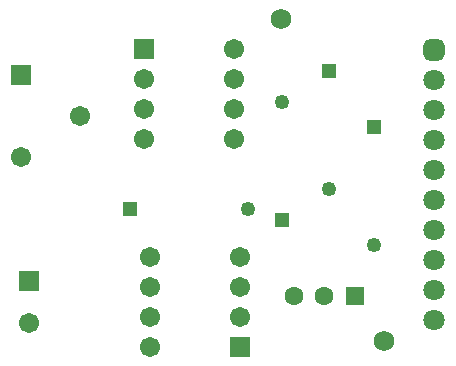
<source format=gbr>
%TF.GenerationSoftware,Altium Limited,Altium Designer,24.10.1 (45)*%
G04 Layer_Color=16711935*
%FSLAX45Y45*%
%MOMM*%
%TF.SameCoordinates,ACBC47F4-F80E-47A8-B574-4F082A8C8B29*%
%TF.FilePolarity,Negative*%
%TF.FileFunction,Soldermask,Bot*%
%TF.Part,Single*%
G01*
G75*
%TA.AperFunction,ComponentPad*%
%ADD13R,1.25000X1.25000*%
%ADD14C,1.25000*%
%ADD15R,1.25000X1.25000*%
%TA.AperFunction,ViaPad*%
%ADD28C,1.72720*%
%TA.AperFunction,ComponentPad*%
%ADD29R,1.71120X1.71120*%
%ADD30C,1.71120*%
%ADD31R,1.60320X1.60320*%
%ADD32C,1.60320*%
%ADD33C,1.70320*%
%ADD34R,1.70320X1.70320*%
%ADD35C,1.80320*%
G04:AMPARAMS|DCode=36|XSize=1.8032mm|YSize=1.8032mm|CornerRadius=0.5016mm|HoleSize=0mm|Usage=FLASHONLY|Rotation=270.000|XOffset=0mm|YOffset=0mm|HoleType=Round|Shape=RoundedRectangle|*
%AMROUNDEDRECTD36*
21,1,1.80320,0.80000,0,0,270.0*
21,1,0.80000,1.80320,0,0,270.0*
1,1,1.00320,-0.40000,-0.40000*
1,1,1.00320,-0.40000,0.40000*
1,1,1.00320,0.40000,0.40000*
1,1,1.00320,0.40000,-0.40000*
%
%ADD36ROUNDEDRECTD36*%
D13*
X3556000Y2079500D02*
D03*
X2781300Y1290700D02*
D03*
X3175000Y2557400D02*
D03*
D14*
X3556000Y1079500D02*
D03*
X2493900Y1384300D02*
D03*
X2781300Y2290700D02*
D03*
X3175000Y1557400D02*
D03*
D15*
X1493900Y1384300D02*
D03*
D28*
X2768600Y2997200D02*
D03*
X3644900Y266700D02*
D03*
D29*
X568500Y2522900D02*
D03*
X635000Y774700D02*
D03*
D30*
X1068500Y2172900D02*
D03*
X568500Y1822900D02*
D03*
X635000Y424700D02*
D03*
D31*
X3396900Y647700D02*
D03*
D32*
X2876900D02*
D03*
X3136900D02*
D03*
D33*
X1663700Y977900D02*
D03*
Y723900D02*
D03*
Y469900D02*
D03*
Y215900D02*
D03*
X2425700Y977900D02*
D03*
Y723900D02*
D03*
Y469900D02*
D03*
X2374900Y1981200D02*
D03*
Y2235200D02*
D03*
Y2489200D02*
D03*
Y2743200D02*
D03*
X1612900Y1981200D02*
D03*
Y2235200D02*
D03*
Y2489200D02*
D03*
D34*
X2425700Y215900D02*
D03*
X1612900Y2743200D02*
D03*
D35*
X4064000Y952500D02*
D03*
Y1206500D02*
D03*
Y1714500D02*
D03*
Y2222500D02*
D03*
Y2476500D02*
D03*
Y1968500D02*
D03*
Y1460500D02*
D03*
Y698500D02*
D03*
Y444500D02*
D03*
D36*
Y2730500D02*
D03*
%TF.MD5,39f4a4c9ab470e59d50583d896577e50*%
M02*

</source>
